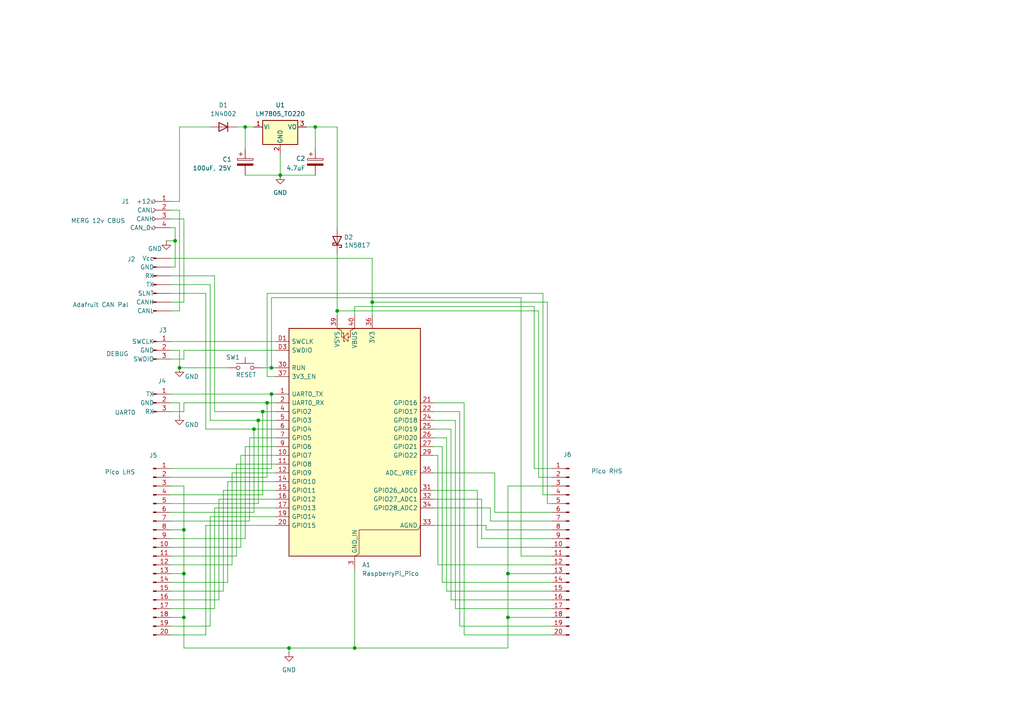
<source format=kicad_sch>
(kicad_sch (version 20250114) (generator "eeschema") (generator_version "9.0")
  (paper "A4")
  (title_block (title "12v Pico + CAN") (company "John McAleely") (comment 1 "MERG CBUS Compatible Pico (12v, CAN tranciever)"))
  (lib_symbols
    (symbol "Conn_01x03_Pin_1" (pin_names (offset 1.016))
      (property "Reference" "J3" (at 2.794 5.842 0))
      (property "Value" "DEBUG" (at -10.414 -1.016 0))
      (symbol "Conn_01x03_Pin_1_1_1"
        (rectangle (start 0.8636 2.667) (end 0 2.413) (stroke (width 0.1524)) (fill (type outline)))
        (rectangle (start 0.8636 0.127) (end 0 -0.127) (stroke (width 0.1524)) (fill (type outline)))
        (rectangle (start 0.8636 -2.413) (end 0 -2.667) (stroke (width 0.1524)) (fill (type outline)))
        (polyline (pts (xy 1.27 2.54) (xy 0.8636 2.54)) (stroke (width 0.1524)))
        (polyline (pts (xy 1.27 0) (xy 0.8636 0)) (stroke (width 0.1524)))
        (polyline (pts (xy 1.27 -2.54) (xy 0.8636 -2.54)) (stroke (width 0.1524)))
        (pin passive line (at 5.08 2.54 180) (length 3.81) (name "SWCLK") (number "1"))
        (pin power_in line (at 5.08 0 180) (length 3.81) (name "GND") (number "2"))
        (pin passive line (at 5.08 -2.54 180) (length 3.81) (name "SWDIO") (number "3"))
      )
    )
    (symbol "Conn_01x20_Pin_1" (pin_names (offset 1.016) (hide yes))
      (property "Reference" "J6" (at 0.508 26.924 0))
      (property "Value" "Pico RHS" (at -10.922 22.098 0))
      (symbol "Conn_01x20_Pin_1_1_1"
        (rectangle (start 0.8636 22.987) (end 0 22.733) (stroke (width 0.1524)) (fill (type outline)))
        (rectangle (start 0.8636 20.447) (end 0 20.193) (stroke (width 0.1524)) (fill (type outline)))
        (rectangle (start 0.8636 17.907) (end 0 17.653) (stroke (width 0.1524)) (fill (type outline)))
        (rectangle (start 0.8636 15.367) (end 0 15.113) (stroke (width 0.1524)) (fill (type outline)))
        (rectangle (start 0.8636 12.827) (end 0 12.573) (stroke (width 0.1524)) (fill (type outline)))
        (rectangle (start 0.8636 10.287) (end 0 10.033) (stroke (width 0.1524)) (fill (type outline)))
        (rectangle (start 0.8636 7.747) (end 0 7.493) (stroke (width 0.1524)) (fill (type outline)))
        (rectangle (start 0.8636 5.207) (end 0 4.953) (stroke (width 0.1524)) (fill (type outline)))
        (rectangle (start 0.8636 2.667) (end 0 2.413) (stroke (width 0.1524)) (fill (type outline)))
        (rectangle (start 0.8636 0.127) (end 0 -0.127) (stroke (width 0.1524)) (fill (type outline)))
        (rectangle (start 0.8636 -2.413) (end 0 -2.667) (stroke (width 0.1524)) (fill (type outline)))
        (rectangle (start 0.8636 -4.953) (end 0 -5.207) (stroke (width 0.1524)) (fill (type outline)))
        (rectangle (start 0.8636 -7.493) (end 0 -7.747) (stroke (width 0.1524)) (fill (type outline)))
        (rectangle (start 0.8636 -10.033) (end 0 -10.287) (stroke (width 0.1524)) (fill (type outline)))
        (rectangle (start 0.8636 -12.573) (end 0 -12.827) (stroke (width 0.1524)) (fill (type outline)))
        (rectangle (start 0.8636 -15.113) (end 0 -15.367) (stroke (width 0.1524)) (fill (type outline)))
        (rectangle (start 0.8636 -17.653) (end 0 -17.907) (stroke (width 0.1524)) (fill (type outline)))
        (rectangle (start 0.8636 -20.193) (end 0 -20.447) (stroke (width 0.1524)) (fill (type outline)))
        (rectangle (start 0.8636 -22.733) (end 0 -22.987) (stroke (width 0.1524)) (fill (type outline)))
        (rectangle (start 0.8636 -25.273) (end 0 -25.527) (stroke (width 0.1524)) (fill (type outline)))
        (polyline (pts (xy 1.27 22.86) (xy 0.8636 22.86)) (stroke (width 0.1524)))
        (polyline (pts (xy 1.27 20.32) (xy 0.8636 20.32)) (stroke (width 0.1524)))
        (polyline (pts (xy 1.27 17.78) (xy 0.8636 17.78)) (stroke (width 0.1524)))
        (polyline (pts (xy 1.27 15.24) (xy 0.8636 15.24)) (stroke (width 0.1524)))
        (polyline (pts (xy 1.27 12.7) (xy 0.8636 12.7)) (stroke (width 0.1524)))
        (polyline (pts (xy 1.27 10.16) (xy 0.8636 10.16)) (stroke (width 0.1524)))
        (polyline (pts (xy 1.27 7.62) (xy 0.8636 7.62)) (stroke (width 0.1524)))
        (polyline (pts (xy 1.27 5.08) (xy 0.8636 5.08)) (stroke (width 0.1524)))
        (polyline (pts (xy 1.27 2.54) (xy 0.8636 2.54)) (stroke (width 0.1524)))
        (polyline (pts (xy 1.27 0) (xy 0.8636 0)) (stroke (width 0.1524)))
        (polyline (pts (xy 1.27 -2.54) (xy 0.8636 -2.54)) (stroke (width 0.1524)))
        (polyline (pts (xy 1.27 -5.08) (xy 0.8636 -5.08)) (stroke (width 0.1524)))
        (polyline (pts (xy 1.27 -7.62) (xy 0.8636 -7.62)) (stroke (width 0.1524)))
        (polyline (pts (xy 1.27 -10.16) (xy 0.8636 -10.16)) (stroke (width 0.1524)))
        (polyline (pts (xy 1.27 -12.7) (xy 0.8636 -12.7)) (stroke (width 0.1524)))
        (polyline (pts (xy 1.27 -15.24) (xy 0.8636 -15.24)) (stroke (width 0.1524)))
        (polyline (pts (xy 1.27 -17.78) (xy 0.8636 -17.78)) (stroke (width 0.1524)))
        (polyline (pts (xy 1.27 -20.32) (xy 0.8636 -20.32)) (stroke (width 0.1524)))
        (polyline (pts (xy 1.27 -22.86) (xy 0.8636 -22.86)) (stroke (width 0.1524)))
        (polyline (pts (xy 1.27 -25.4) (xy 0.8636 -25.4)) (stroke (width 0.1524)))
        (pin passive line (at 5.08 22.86 180) (length 3.81) (name "Pin_1") (number "1") (alternate "VBUS" power_out line))
        (pin passive line (at 5.08 20.32 180) (length 3.81) (name "Pin_2") (number "2"))
        (pin passive line (at 5.08 17.78 180) (length 3.81) (name "Pin_3") (number "3"))
        (pin passive line (at 5.08 15.24 180) (length 3.81) (name "Pin_4") (number "4"))
        (pin passive line (at 5.08 12.7 180) (length 3.81) (name "Pin_5") (number "5"))
        (pin passive line (at 5.08 10.16 180) (length 3.81) (name "Pin_6") (number "6"))
        (pin passive line (at 5.08 7.62 180) (length 3.81) (name "Pin_7") (number "7"))
        (pin passive line (at 5.08 5.08 180) (length 3.81) (name "Pin_8") (number "8"))
        (pin passive line (at 5.08 2.54 180) (length 3.81) (name "Pin_9") (number "9"))
        (pin passive line (at 5.08 0 180) (length 3.81) (name "Pin_10") (number "10"))
        (pin passive line (at 5.08 -2.54 180) (length 3.81) (name "Pin_11") (number "11"))
        (pin passive line (at 5.08 -5.08 180) (length 3.81) (name "Pin_12") (number "12"))
        (pin passive line (at 5.08 -7.62 180) (length 3.81) (name "Pin_13") (number "13"))
        (pin passive line (at 5.08 -10.16 180) (length 3.81) (name "Pin_14") (number "14"))
        (pin passive line (at 5.08 -12.7 180) (length 3.81) (name "Pin_15") (number "15"))
        (pin passive line (at 5.08 -15.24 180) (length 3.81) (name "Pin_16") (number "16"))
        (pin passive line (at 5.08 -17.78 180) (length 3.81) (name "Pin_17") (number "17"))
        (pin passive line (at 5.08 -20.32 180) (length 3.81) (name "Pin_18") (number "18"))
        (pin passive line (at 5.08 -22.86 180) (length 3.81) (name "Pin_19") (number "19"))
        (pin passive line (at 5.08 -25.4 180) (length 3.81) (name "Pin_20") (number "20"))
      )
    )
    (symbol "Connector:Conn_01x03_Pin" (pin_names (offset 1.016))
      (property "Reference" "J4" (at 2.54 6.35 0))
      (property "Value" "UART0" (at -5.334 -1.27 0))
      (symbol "Conn_01x03_Pin_1_1"
        (rectangle (start 0.8636 2.667) (end 0 2.413) (stroke (width 0.1524)) (fill (type outline)))
        (rectangle (start 0.8636 0.127) (end 0 -0.127) (stroke (width 0.1524)) (fill (type outline)))
        (rectangle (start 0.8636 -2.413) (end 0 -2.667) (stroke (width 0.1524)) (fill (type outline)))
        (polyline (pts (xy 1.27 2.54) (xy 0.8636 2.54)) (stroke (width 0.1524)))
        (polyline (pts (xy 1.27 0) (xy 0.8636 0)) (stroke (width 0.1524)))
        (polyline (pts (xy 1.27 -2.54) (xy 0.8636 -2.54)) (stroke (width 0.1524)))
        (pin output line (at 5.08 2.54 180) (length 3.81) (name "TX") (number "1"))
        (pin power_in line (at 5.08 0 180) (length 3.81) (name "GND") (number "2"))
        (pin input line (at 5.08 -2.54 180) (length 3.81) (name "RX") (number "3"))
      )
    )
    (symbol "Connector:Conn_01x04_Socket" (pin_names (offset 1.016))
      (property "Reference" "J1" (at 0 5.08 0))
      (property "Value" "MERG 12v CBUS" (at 0 -7.62 0))
      (symbol "Conn_01x04_Socket_1_1"
        (polyline (pts (xy -1.27 2.54) (xy -0.508 2.54)) (stroke (width 0.1524)))
        (polyline (pts (xy -1.27 0) (xy -0.508 0)) (stroke (width 0.1524)))
        (polyline (pts (xy -1.27 -2.54) (xy -0.508 -2.54)) (stroke (width 0.1524)))
        (polyline (pts (xy -1.27 -5.08) (xy -0.508 -5.08)) (stroke (width 0.1524)))
        (arc (start 0 2.032) (mid -0.5058 2.54) (end 0 3.048) (stroke (width 0.1524)))
        (arc (start 0 -0.508) (mid -0.5058 0) (end 0 0.508) (stroke (width 0.1524)))
        (arc (start 0 -3.048) (mid -0.5058 -2.54) (end 0 -2.032) (stroke (width 0.1524)))
        (arc (start 0 -5.588) (mid -0.5058 -5.08) (end 0 -4.572) (stroke (width 0.1524)))
        (pin power_out line (at -5.08 2.54 0) (length 3.81) (name "+12v") (number "1"))
        (pin bidirectional line (at -5.08 0 0) (length 3.81) (name "CANL") (number "2"))
        (pin bidirectional line (at -5.08 -2.54 0) (length 3.81) (name "CANH") (number "3"))
        (pin unspecified line (at -5.08 -5.08 0) (length 3.81) (name "CAN_0v") (number "4"))
      )
    )
    (symbol "Connector:Conn_01x07_Pin" (pin_numbers (hide yes)) (pin_names (offset 1.016))
      (property "Reference" "J2" (at -5.08 0 90))
      (property "Value" "Conn_01x07_Pin" (at -2.54 0 90))
      (symbol "Conn_01x07_Pin_1_1"
        (rectangle (start 0.8636 7.747) (end 0 7.493) (stroke (width 0.1524)) (fill (type outline)))
        (rectangle (start 0.8636 5.207) (end 0 4.953) (stroke (width 0.1524)) (fill (type outline)))
        (rectangle (start 0.8636 2.667) (end 0 2.413) (stroke (width 0.1524)) (fill (type outline)))
        (rectangle (start 0.8636 0.127) (end 0 -0.127) (stroke (width 0.1524)) (fill (type outline)))
        (rectangle (start 0.8636 -2.413) (end 0 -2.667) (stroke (width 0.1524)) (fill (type outline)))
        (rectangle (start 0.8636 -4.953) (end 0 -5.207) (stroke (width 0.1524)) (fill (type outline)))
        (rectangle (start 0.8636 -7.493) (end 0 -7.747) (stroke (width 0.1524)) (fill (type outline)))
        (polyline (pts (xy 1.27 7.62) (xy 0.8636 7.62)) (stroke (width 0.1524)))
        (polyline (pts (xy 1.27 5.08) (xy 0.8636 5.08)) (stroke (width 0.1524)))
        (polyline (pts (xy 1.27 2.54) (xy 0.8636 2.54)) (stroke (width 0.1524)))
        (polyline (pts (xy 1.27 0) (xy 0.8636 0)) (stroke (width 0.1524)))
        (polyline (pts (xy 1.27 -2.54) (xy 0.8636 -2.54)) (stroke (width 0.1524)))
        (polyline (pts (xy 1.27 -5.08) (xy 0.8636 -5.08)) (stroke (width 0.1524)))
        (polyline (pts (xy 1.27 -7.62) (xy 0.8636 -7.62)) (stroke (width 0.1524)))
        (pin power_in line (at 5.08 7.62 180) (length 3.81) (name "Vcc") (number "1"))
        (pin power_in line (at 5.08 5.08 180) (length 3.81) (name "GND") (number "2"))
        (pin output line (at 5.08 2.54 180) (length 3.81) (name "RX") (number "3"))
        (pin output line (at 5.08 0 180) (length 3.81) (name "TX") (number "4"))
        (pin passive line (at 5.08 -2.54 180) (length 3.81) (name "SLNT") (number "5"))
        (pin passive line (at 5.08 -5.08 180) (length 3.81) (name "CANH") (number "6"))
        (pin passive line (at 5.08 -7.62 180) (length 3.81) (name "CANL") (number "7"))
      )
    )
    (symbol "Connector:Conn_01x20_Pin" (pin_names (offset 1.016) (hide yes))
      (property "Reference" "J" (at 0 25.4 0))
      (property "Value" "Conn_01x20_Pin" (at 0 -27.94 0))
      (symbol "Conn_01x20_Pin_1_1"
        (rectangle (start 0.8636 22.987) (end 0 22.733) (stroke (width 0.1524)) (fill (type outline)))
        (rectangle (start 0.8636 20.447) (end 0 20.193) (stroke (width 0.1524)) (fill (type outline)))
        (rectangle (start 0.8636 17.907) (end 0 17.653) (stroke (width 0.1524)) (fill (type outline)))
        (rectangle (start 0.8636 15.367) (end 0 15.113) (stroke (width 0.1524)) (fill (type outline)))
        (rectangle (start 0.8636 12.827) (end 0 12.573) (stroke (width 0.1524)) (fill (type outline)))
        (rectangle (start 0.8636 10.287) (end 0 10.033) (stroke (width 0.1524)) (fill (type outline)))
        (rectangle (start 0.8636 7.747) (end 0 7.493) (stroke (width 0.1524)) (fill (type outline)))
        (rectangle (start 0.8636 5.207) (end 0 4.953) (stroke (width 0.1524)) (fill (type outline)))
        (rectangle (start 0.8636 2.667) (end 0 2.413) (stroke (width 0.1524)) (fill (type outline)))
        (rectangle (start 0.8636 0.127) (end 0 -0.127) (stroke (width 0.1524)) (fill (type outline)))
        (rectangle (start 0.8636 -2.413) (end 0 -2.667) (stroke (width 0.1524)) (fill (type outline)))
        (rectangle (start 0.8636 -4.953) (end 0 -5.207) (stroke (width 0.1524)) (fill (type outline)))
        (rectangle (start 0.8636 -7.493) (end 0 -7.747) (stroke (width 0.1524)) (fill (type outline)))
        (rectangle (start 0.8636 -10.033) (end 0 -10.287) (stroke (width 0.1524)) (fill (type outline)))
        (rectangle (start 0.8636 -12.573) (end 0 -12.827) (stroke (width 0.1524)) (fill (type outline)))
        (rectangle (start 0.8636 -15.113) (end 0 -15.367) (stroke (width 0.1524)) (fill (type outline)))
        (rectangle (start 0.8636 -17.653) (end 0 -17.907) (stroke (width 0.1524)) (fill (type outline)))
        (rectangle (start 0.8636 -20.193) (end 0 -20.447) (stroke (width 0.1524)) (fill (type outline)))
        (rectangle (start 0.8636 -22.733) (end 0 -22.987) (stroke (width 0.1524)) (fill (type outline)))
        (rectangle (start 0.8636 -25.273) (end 0 -25.527) (stroke (width 0.1524)) (fill (type outline)))
        (polyline (pts (xy 1.27 22.86) (xy 0.8636 22.86)) (stroke (width 0.1524)))
        (polyline (pts (xy 1.27 20.32) (xy 0.8636 20.32)) (stroke (width 0.1524)))
        (polyline (pts (xy 1.27 17.78) (xy 0.8636 17.78)) (stroke (width 0.1524)))
        (polyline (pts (xy 1.27 15.24) (xy 0.8636 15.24)) (stroke (width 0.1524)))
        (polyline (pts (xy 1.27 12.7) (xy 0.8636 12.7)) (stroke (width 0.1524)))
        (polyline (pts (xy 1.27 10.16) (xy 0.8636 10.16)) (stroke (width 0.1524)))
        (polyline (pts (xy 1.27 7.62) (xy 0.8636 7.62)) (stroke (width 0.1524)))
        (polyline (pts (xy 1.27 5.08) (xy 0.8636 5.08)) (stroke (width 0.1524)))
        (polyline (pts (xy 1.27 2.54) (xy 0.8636 2.54)) (stroke (width 0.1524)))
        (polyline (pts (xy 1.27 0) (xy 0.8636 0)) (stroke (width 0.1524)))
        (polyline (pts (xy 1.27 -2.54) (xy 0.8636 -2.54)) (stroke (width 0.1524)))
        (polyline (pts (xy 1.27 -5.08) (xy 0.8636 -5.08)) (stroke (width 0.1524)))
        (polyline (pts (xy 1.27 -7.62) (xy 0.8636 -7.62)) (stroke (width 0.1524)))
        (polyline (pts (xy 1.27 -10.16) (xy 0.8636 -10.16)) (stroke (width 0.1524)))
        (polyline (pts (xy 1.27 -12.7) (xy 0.8636 -12.7)) (stroke (width 0.1524)))
        (polyline (pts (xy 1.27 -15.24) (xy 0.8636 -15.24)) (stroke (width 0.1524)))
        (polyline (pts (xy 1.27 -17.78) (xy 0.8636 -17.78)) (stroke (width 0.1524)))
        (polyline (pts (xy 1.27 -20.32) (xy 0.8636 -20.32)) (stroke (width 0.1524)))
        (polyline (pts (xy 1.27 -22.86) (xy 0.8636 -22.86)) (stroke (width 0.1524)))
        (polyline (pts (xy 1.27 -25.4) (xy 0.8636 -25.4)) (stroke (width 0.1524)))
        (pin passive line (at 5.08 22.86 180) (length 3.81) (name "Pin_1") (number "1"))
        (pin passive line (at 5.08 20.32 180) (length 3.81) (name "Pin_2") (number "2"))
        (pin passive line (at 5.08 17.78 180) (length 3.81) (name "Pin_3") (number "3"))
        (pin passive line (at 5.08 15.24 180) (length 3.81) (name "Pin_4") (number "4"))
        (pin passive line (at 5.08 12.7 180) (length 3.81) (name "Pin_5") (number "5"))
        (pin passive line (at 5.08 10.16 180) (length 3.81) (name "Pin_6") (number "6"))
        (pin passive line (at 5.08 7.62 180) (length 3.81) (name "Pin_7") (number "7"))
        (pin passive line (at 5.08 5.08 180) (length 3.81) (name "Pin_8") (number "8"))
        (pin passive line (at 5.08 2.54 180) (length 3.81) (name "Pin_9") (number "9"))
        (pin passive line (at 5.08 0 180) (length 3.81) (name "Pin_10") (number "10"))
        (pin passive line (at 5.08 -2.54 180) (length 3.81) (name "Pin_11") (number "11"))
        (pin passive line (at 5.08 -5.08 180) (length 3.81) (name "Pin_12") (number "12"))
        (pin passive line (at 5.08 -7.62 180) (length 3.81) (name "Pin_13") (number "13"))
        (pin passive line (at 5.08 -10.16 180) (length 3.81) (name "Pin_14") (number "14"))
        (pin passive line (at 5.08 -12.7 180) (length 3.81) (name "Pin_15") (number "15"))
        (pin passive line (at 5.08 -15.24 180) (length 3.81) (name "Pin_16") (number "16"))
        (pin passive line (at 5.08 -17.78 180) (length 3.81) (name "Pin_17") (number "17"))
        (pin passive line (at 5.08 -20.32 180) (length 3.81) (name "Pin_18") (number "18"))
        (pin passive line (at 5.08 -22.86 180) (length 3.81) (name "Pin_19") (number "19"))
        (pin passive line (at 5.08 -25.4 180) (length 3.81) (name "Pin_20") (number "20"))
      )
    )
    (symbol "Device:C_Polarized" (pin_numbers (hide yes)) (pin_names (offset 0.254))
      (property "Reference" "C" (at 0.635 2.54 0))
      (property "Value" "C_Polarized" (at 0.635 -2.54 0))
      (symbol "C_Polarized_0_1"
        (rectangle (start -2.286 0.508) (end 2.286 1.016))
        (polyline (pts (xy -1.778 2.286) (xy -0.762 2.286)))
        (polyline (pts (xy -1.27 2.794) (xy -1.27 1.778)))
        (rectangle (start 2.286 -0.508) (end -2.286 -1.016) (fill (type outline)))
      )
      (symbol "C_Polarized_1_1"
        (pin passive line (at 0 3.81 270) (length 2.794) (name "~") (number "1"))
        (pin passive line (at 0 -3.81 90) (length 2.794) (name "~") (number "2"))
      )
    )
    (symbol "Diode:1N4002" (pin_numbers (hide yes)) (pin_names (hide yes))
      (property "Reference" "D" (at 0 2.54 0))
      (property "Value" "1N4002" (at 0 -2.54 0))
      (symbol "1N4002_0_1"
        (polyline (pts (xy -1.27 1.27) (xy -1.27 -1.27)) (stroke (width 0.254)))
        (polyline (pts (xy 1.27 1.27) (xy 1.27 -1.27) (xy -1.27 0) (xy 1.27 1.27)) (stroke (width 0.254)))
        (polyline (pts (xy 1.27 0) (xy -1.27 0)))
      )
      (symbol "1N4002_1_1"
        (pin passive line (at -3.81 0 0) (length 2.54) (name "K") (number "1"))
        (pin passive line (at 3.81 0 180) (length 2.54) (name "A") (number "2"))
      )
    )
    (symbol "Diode:1N5817" (pin_numbers (hide yes)) (pin_names (offset 1.016) (hide yes))
      (property "Reference" "D" (at 0 2.54 0))
      (property "Value" "1N5817" (at 0 -2.54 0))
      (symbol "1N5817_0_1"
        (polyline (pts (xy -1.905 0.635) (xy -1.905 1.27) (xy -1.27 1.27) (xy -1.27 -1.27) (xy -0.635 -1.27) (xy -0.635 -0.635)) (stroke (width 0.254)))
        (polyline (pts (xy 1.27 1.27) (xy 1.27 -1.27) (xy -1.27 0) (xy 1.27 1.27)) (stroke (width 0.254)))
        (polyline (pts (xy 1.27 0) (xy -1.27 0)))
      )
      (symbol "1N5817_1_1"
        (pin passive line (at -3.81 0 0) (length 2.54) (name "K") (number "1"))
        (pin passive line (at 3.81 0 180) (length 2.54) (name "A") (number "2"))
      )
    )
    (symbol "MCU_Module:RaspberryPi_Pico_Debug" (pin_names (offset 0.762))
      (property "Reference" "A" (at -19.05 35.56 0))
      (property "Value" "RaspberryPi_Pico" (at 7.62 35.56 0))
      (symbol "RaspberryPi_Pico_Debug_0_1"
        (rectangle (start -19.05 34.29) (end 19.05 -31.75) (stroke (width 0.254)) (fill (type background)))
        (polyline (pts (xy -5.08 34.29) (xy -3.81 33.655) (xy -3.81 31.75) (xy -3.175 31.75)))
        (polyline (pts (xy -3.429 32.766) (xy -3.429 33.02) (xy -3.175 33.02) (xy -3.175 30.48) (xy -2.921 30.48) (xy -2.921 30.734)))
        (polyline (pts (xy -3.175 31.75) (xy -1.905 33.02) (xy -1.905 30.48) (xy -3.175 31.75)))
        (polyline (pts (xy 0 34.29) (xy -1.27 33.655) (xy -1.27 31.75) (xy -1.905 31.75)))
        (polyline (pts (xy 0 -31.75) (xy 1.27 -31.115) (xy 1.27 -24.13) (xy 18.415 -24.13) (xy 19.05 -22.86)))
      )
      (symbol "RaspberryPi_Pico_Debug_1_1"
        (pin input line (at -22.86 30.48 0) (length 3.81) (name "SWCLK") (number "D1"))
        (pin bidirectional line (at -22.86 27.94 0) (length 3.81) (name "SWDIO") (number "D3"))
        (pin passive line (at -22.86 22.86 0) (length 3.81) (name "RUN") (number "30"))
        (pin passive line (at -22.86 20.32 0) (length 3.81) (name "3V3_EN") (number "37"))
        (pin bidirectional line (at -22.86 15.24 0) (length 3.81) (name "GPIO0") (number "1") (alternate "UART0_TX" output line))
        (pin bidirectional line (at -22.86 12.7 0) (length 3.81) (name "GPIO1") (number "2") (alternate "UART0_RX" input line))
        (pin bidirectional line (at -22.86 10.16 0) (length 3.81) (name "GPIO2") (number "4"))
        (pin bidirectional line (at -22.86 7.62 0) (length 3.81) (name "GPIO3") (number "5"))
        (pin bidirectional line (at -22.86 5.08 0) (length 3.81) (name "GPIO4") (number "6"))
        (pin bidirectional line (at -22.86 2.54 0) (length 3.81) (name "GPIO5") (number "7"))
        (pin bidirectional line (at -22.86 0 0) (length 3.81) (name "GPIO6") (number "9"))
        (pin bidirectional line (at -22.86 -2.54 0) (length 3.81) (name "GPIO7") (number "10"))
        (pin bidirectional line (at -22.86 -5.08 0) (length 3.81) (name "GPIO8") (number "11"))
        (pin bidirectional line (at -22.86 -7.62 0) (length 3.81) (name "GPIO9") (number "12"))
        (pin bidirectional line (at -22.86 -10.16 0) (length 3.81) (name "GPIO10") (number "14"))
        (pin bidirectional line (at -22.86 -12.7 0) (length 3.81) (name "GPIO11") (number "15"))
        (pin bidirectional line (at -22.86 -15.24 0) (length 3.81) (name "GPIO12") (number "16") (alternate "UART0_TX" output line))
        (pin bidirectional line (at -22.86 -17.78 0) (length 3.81) (name "GPIO13") (number "17") (alternate "UART0_RX" input line))
        (pin bidirectional line (at -22.86 -20.32 0) (length 3.81) (name "GPIO14") (number "19"))
        (pin bidirectional line (at -22.86 -22.86 0) (length 3.81) (name "GPIO15") (number "20"))
        (pin power_in line (at -5.08 38.1 270) (length 3.81) (name "VSYS") (number "39"))
        (pin power_out line (at 0 38.1 270) (length 3.81) (name "VBUS") (number "40"))
        (pin passive line (at 0 -35.56 90) (length 3.81) (hide yes) (name "GND") (number "13"))
        (pin passive line (at 0 -35.56 90) (length 3.81) (hide yes) (name "GND") (number "18"))
        (pin passive line (at 0 -35.56 90) (length 3.81) (hide yes) (name "GND") (number "23"))
        (pin passive line (at 0 -35.56 90) (length 3.81) (hide yes) (name "GND") (number "28"))
        (pin power_out line (at 0 -35.56 90) (length 3.81) (name "GND") (number "3") (alternate "GND_IN" power_in line))
        (pin passive line (at 0 -35.56 90) (length 3.81) (hide yes) (name "GND") (number "38"))
        (pin passive line (at 0 -35.56 90) (length 3.81) (hide yes) (name "GND") (number "8"))
        (pin passive line (at 0 -35.56 90) (length 3.81) (hide yes) (name "GND") (number "D2"))
        (pin power_out line (at 5.08 38.1 270) (length 3.81) (name "3V3") (number "36"))
        (pin bidirectional line (at 22.86 12.7 180) (length 3.81) (name "GPIO16") (number "21") (alternate "UART0_TX" output line))
        (pin bidirectional line (at 22.86 10.16 180) (length 3.81) (name "GPIO17") (number "22") (alternate "UART0_RX" input line))
        (pin bidirectional line (at 22.86 7.62 180) (length 3.81) (name "GPIO18") (number "24"))
        (pin bidirectional line (at 22.86 5.08 180) (length 3.81) (name "GPIO19") (number "25"))
        (pin bidirectional line (at 22.86 2.54 180) (length 3.81) (name "GPIO20") (number "26"))
        (pin bidirectional line (at 22.86 0 180) (length 3.81) (name "GPIO21") (number "27"))
        (pin bidirectional line (at 22.86 -2.54 180) (length 3.81) (name "GPIO22") (number "29"))
        (pin power_in line (at 22.86 -7.62 180) (length 3.81) (name "ADC_VREF") (number "35"))
        (pin bidirectional line (at 22.86 -12.7 180) (length 3.81) (name "GPIO26_ADC0") (number "31"))
        (pin bidirectional line (at 22.86 -15.24 180) (length 3.81) (name "GPIO27_ADC1") (number "32"))
        (pin bidirectional line (at 22.86 -17.78 180) (length 3.81) (name "GPIO28_ADC2") (number "34") (alternate "UART0_TX" output line))
        (pin power_out line (at 22.86 -22.86 180) (length 3.81) (name "AGND") (number "33"))
      )
    )
    (symbol "Regulator_Linear:LM7805_TO220" (pin_names (offset 0.254))
      (property "Reference" "U" (at -3.81 3.175 0))
      (property "Value" "LM7805_TO220" (at 0 3.175 0))
      (symbol "LM7805_TO220_0_1"
        (rectangle (start -5.08 1.905) (end 5.08 -5.08) (stroke (width 0.254)) (fill (type background)))
      )
      (symbol "LM7805_TO220_1_1"
        (pin power_in line (at -7.62 0 0) (length 2.54) (name "VI") (number "1"))
        (pin power_in line (at 0 -7.62 90) (length 2.54) (name "GND") (number "2"))
        (pin power_out line (at 7.62 0 180) (length 2.54) (name "VO") (number "3"))
      )
    )
    (symbol "Switch:SW_Push" (pin_numbers (hide yes)) (pin_names (offset 1.016) (hide yes))
      (property "Reference" "SW" (at 1.27 2.54 0))
      (property "Value" "SW_Push" (at 0 -1.524 0))
      (symbol "SW_Push_0_1"
        (circle (center -2.032 0) (radius 0.508))
        (polyline (pts (xy 0 1.27) (xy 0 3.048)))
        (circle (center 2.032 0) (radius 0.508))
        (polyline (pts (xy 2.54 1.27) (xy -2.54 1.27)))
        (pin passive line (at -5.08 0 0) (length 2.54) (name "1") (number "1"))
        (pin passive line (at 5.08 0 180) (length 2.54) (name "2") (number "2"))
      )
    )
    (symbol "power:GND" (power) (pin_numbers (hide yes)) (pin_names (offset 0) (hide yes))
      (property "Value" "GND" (at 0 -3.81 0))
      (symbol "GND_0_1"
        (polyline (pts (xy 0 0) (xy 0 -1.27) (xy 1.27 -1.27) (xy 0 -2.54) (xy -1.27 -1.27) (xy 0 -1.27)))
      )
      (symbol "GND_1_1"
        (pin power_in line (at 0 0 270) (length 0) (name "~") (number "1"))
      )
    )
  )
  (junction (at 76.2 119.38))
  (junction (at 78.74 114.3))
  (junction (at 97.79 90.17))
  (junction (at 91.44 36.83))
  (junction (at 81.28 50.8))
  (junction (at 53.34 153.67))
  (junction (at 52.07 106.68))
  (junction (at 50.8 69.85))
  (junction (at 102.87 187.96))
  (junction (at 77.47 116.84))
  (junction (at 71.12 36.83))
  (junction (at 74.93 121.92))
  (junction (at 53.34 166.37))
  (junction (at 53.34 179.07))
  (junction (at 83.82 187.96))
  (junction (at 78.74 106.68))
  (junction (at 107.95 87.63))
  (junction (at 147.32 166.37))
  (junction (at 147.32 179.07))
  (junction (at 73.66 124.46))
  (wire (pts (xy 156.21 90.17) (xy 156.21 138.43)))
  (wire (pts (xy 53.34 140.97) (xy 53.34 153.67)))
  (wire (pts (xy 151.13 161.29) (xy 160.02 161.29)))
  (wire (pts (xy 60.96 82.55) (xy 49.53 82.55)))
  (wire (pts (xy 66.04 139.7) (xy 66.04 168.91)))
  (wire (pts (xy 60.96 121.92) (xy 60.96 82.55)))
  (wire (pts (xy 74.93 121.92) (xy 60.96 121.92)))
  (wire (pts (xy 81.28 50.8) (xy 91.44 50.8)))
  (wire (pts (xy 49.53 114.3) (xy 78.74 114.3)))
  (wire (pts (xy 125.73 137.16) (xy 143.51 137.16)))
  (wire (pts (xy 49.53 60.96) (xy 52.07 60.96)))
  (wire (pts (xy 80.01 129.54) (xy 71.12 129.54)))
  (wire (pts (xy 107.95 87.63) (xy 107.95 91.44)))
  (wire (pts (xy 59.69 152.4) (xy 59.69 184.15)))
  (wire (pts (xy 81.28 44.45) (xy 81.28 50.8)))
  (wire (pts (xy 160.02 135.89) (xy 154.94 135.89)))
  (wire (pts (xy 73.66 148.59) (xy 49.53 148.59)))
  (wire (pts (xy 72.39 127) (xy 72.39 151.13)))
  (wire (pts (xy 97.79 90.17) (xy 97.79 91.44)))
  (wire (pts (xy 60.96 149.86) (xy 60.96 181.61)))
  (wire (pts (xy 80.01 101.6) (xy 53.34 101.6)))
  (wire (pts (xy 147.32 166.37) (xy 160.02 166.37)))
  (wire (pts (xy 80.01 124.46) (xy 73.66 124.46)))
  (wire (pts (xy 130.81 124.46) (xy 130.81 173.99)))
  (wire (pts (xy 102.87 91.44) (xy 102.87 88.9)))
  (wire (pts (xy 80.01 149.86) (xy 60.96 149.86)))
  (wire (pts (xy 129.54 171.45) (xy 160.02 171.45)))
  (wire (pts (xy 60.96 181.61) (xy 49.53 181.61)))
  (wire (pts (xy 52.07 90.17) (xy 49.53 90.17)))
  (wire (pts (xy 78.74 114.3) (xy 78.74 135.89)))
  (wire (pts (xy 80.01 119.38) (xy 76.2 119.38)))
  (wire (pts (xy 77.47 85.09) (xy 157.48 85.09)))
  (wire (pts (xy 62.23 119.38) (xy 76.2 119.38)))
  (wire (pts (xy 53.34 179.07) (xy 53.34 187.96)))
  (wire (pts (xy 160.02 140.97) (xy 147.32 140.97)))
  (wire (pts (xy 125.73 142.24) (xy 138.43 142.24)))
  (wire (pts (xy 127 132.08) (xy 127 163.83)))
  (wire (pts (xy 76.2 106.68) (xy 78.74 106.68)))
  (wire (pts (xy 49.53 58.42) (xy 52.07 58.42)))
  (wire (pts (xy 128.27 168.91) (xy 160.02 168.91)))
  (wire (pts (xy 140.97 152.4) (xy 140.97 153.67)))
  (wire (pts (xy 71.12 36.83) (xy 73.66 36.83)))
  (wire (pts (xy 59.69 124.46) (xy 73.66 124.46)))
  (wire (pts (xy 125.73 116.84) (xy 134.62 116.84)))
  (wire (pts (xy 78.74 106.68) (xy 78.74 86.36)))
  (wire (pts (xy 88.9 36.83) (xy 91.44 36.83)))
  (wire (pts (xy 128.27 129.54) (xy 128.27 168.91)))
  (wire (pts (xy 139.7 156.21) (xy 160.02 156.21)))
  (wire (pts (xy 49.53 85.09) (xy 59.69 85.09)))
  (wire (pts (xy 49.53 80.01) (xy 62.23 80.01)))
  (wire (pts (xy 142.24 151.13) (xy 160.02 151.13)))
  (wire (pts (xy 77.47 116.84) (xy 77.47 138.43)))
  (wire (pts (xy 107.95 87.63) (xy 158.75 87.63)))
  (wire (pts (xy 132.08 121.92) (xy 132.08 176.53)))
  (wire (pts (xy 78.74 106.68) (xy 80.01 106.68)))
  (wire (pts (xy 151.13 86.36) (xy 151.13 161.29)))
  (wire (pts (xy 80.01 134.62) (xy 68.58 134.62)))
  (wire (pts (xy 147.32 140.97) (xy 147.32 166.37)))
  (wire (pts (xy 77.47 116.84) (xy 53.34 116.84)))
  (wire (pts (xy 64.77 171.45) (xy 49.53 171.45)))
  (wire (pts (xy 125.73 132.08) (xy 127 132.08)))
  (wire (pts (xy 125.73 124.46) (xy 130.81 124.46)))
  (wire (pts (xy 102.87 165.1) (xy 102.87 187.96)))
  (wire (pts (xy 97.79 73.66) (xy 97.79 90.17)))
  (wire (pts (xy 52.07 58.42) (xy 52.07 36.83)))
  (wire (pts (xy 53.34 187.96) (xy 83.82 187.96)))
  (wire (pts (xy 80.01 137.16) (xy 67.31 137.16)))
  (wire (pts (xy 52.07 101.6) (xy 52.07 106.68)))
  (wire (pts (xy 49.53 99.06) (xy 80.01 99.06)))
  (wire (pts (xy 71.12 129.54) (xy 71.12 156.21)))
  (wire (pts (xy 80.01 152.4) (xy 59.69 152.4)))
  (wire (pts (xy 77.47 109.22) (xy 77.47 85.09)))
  (wire (pts (xy 140.97 153.67) (xy 160.02 153.67)))
  (wire (pts (xy 133.35 181.61) (xy 160.02 181.61)))
  (wire (pts (xy 69.85 132.08) (xy 69.85 158.75)))
  (wire (pts (xy 160.02 143.51) (xy 157.48 143.51)))
  (wire (pts (xy 138.43 142.24) (xy 138.43 158.75)))
  (wire (pts (xy 71.12 156.21) (xy 49.53 156.21)))
  (wire (pts (xy 125.73 147.32) (xy 142.24 147.32)))
  (wire (pts (xy 67.31 163.83) (xy 49.53 163.83)))
  (wire (pts (xy 48.26 69.85) (xy 50.8 69.85)))
  (wire (pts (xy 125.73 129.54) (xy 128.27 129.54)))
  (wire (pts (xy 107.95 74.93) (xy 107.95 87.63)))
  (wire (pts (xy 154.94 135.89) (xy 154.94 88.9)))
  (wire (pts (xy 160.02 146.05) (xy 158.75 146.05)))
  (wire (pts (xy 97.79 66.04) (xy 97.79 36.83)))
  (wire (pts (xy 125.73 121.92) (xy 132.08 121.92)))
  (wire (pts (xy 157.48 85.09) (xy 157.48 143.51)))
  (wire (pts (xy 69.85 158.75) (xy 49.53 158.75)))
  (wire (pts (xy 130.81 173.99) (xy 160.02 173.99)))
  (wire (pts (xy 49.53 77.47) (xy 50.8 77.47)))
  (wire (pts (xy 80.01 127) (xy 72.39 127)))
  (wire (pts (xy 102.87 88.9) (xy 154.94 88.9)))
  (wire (pts (xy 133.35 119.38) (xy 133.35 181.61)))
  (wire (pts (xy 80.01 144.78) (xy 63.5 144.78)))
  (wire (pts (xy 78.74 135.89) (xy 49.53 135.89)))
  (wire (pts (xy 53.34 166.37) (xy 53.34 179.07)))
  (wire (pts (xy 53.34 63.5) (xy 53.34 87.63)))
  (wire (pts (xy 138.43 158.75) (xy 160.02 158.75)))
  (wire (pts (xy 78.74 86.36) (xy 151.13 86.36)))
  (wire (pts (xy 50.8 77.47) (xy 50.8 69.85)))
  (wire (pts (xy 74.93 121.92) (xy 74.93 146.05)))
  (wire (pts (xy 49.53 119.38) (xy 53.34 119.38)))
  (wire (pts (xy 125.73 127) (xy 129.54 127)))
  (wire (pts (xy 139.7 144.78) (xy 139.7 156.21)))
  (wire (pts (xy 147.32 179.07) (xy 160.02 179.07)))
  (wire (pts (xy 74.93 146.05) (xy 49.53 146.05)))
  (wire (pts (xy 132.08 176.53) (xy 160.02 176.53)))
  (wire (pts (xy 76.2 143.51) (xy 49.53 143.51)))
  (wire (pts (xy 64.77 142.24) (xy 64.77 171.45)))
  (wire (pts (xy 73.66 124.46) (xy 73.66 148.59)))
  (wire (pts (xy 50.8 69.85) (xy 50.8 66.04)))
  (wire (pts (xy 158.75 87.63) (xy 158.75 146.05)))
  (wire (pts (xy 129.54 127) (xy 129.54 171.45)))
  (wire (pts (xy 53.34 101.6) (xy 53.34 104.14)))
  (wire (pts (xy 134.62 116.84) (xy 134.62 184.15)))
  (wire (pts (xy 63.5 144.78) (xy 63.5 173.99)))
  (wire (pts (xy 53.34 153.67) (xy 53.34 166.37)))
  (wire (pts (xy 143.51 137.16) (xy 143.51 148.59)))
  (wire (pts (xy 72.39 151.13) (xy 49.53 151.13)))
  (wire (pts (xy 49.53 66.04) (xy 50.8 66.04)))
  (wire (pts (xy 97.79 90.17) (xy 156.21 90.17)))
  (wire (pts (xy 62.23 80.01) (xy 62.23 119.38)))
  (wire (pts (xy 142.24 147.32) (xy 142.24 151.13)))
  (wire (pts (xy 160.02 138.43) (xy 156.21 138.43)))
  (wire (pts (xy 67.31 137.16) (xy 67.31 163.83)))
  (wire (pts (xy 59.69 184.15) (xy 49.53 184.15)))
  (wire (pts (xy 52.07 36.83) (xy 60.96 36.83)))
  (wire (pts (xy 143.51 148.59) (xy 160.02 148.59)))
  (wire (pts (xy 76.2 119.38) (xy 76.2 143.51)))
  (wire (pts (xy 147.32 166.37) (xy 147.32 179.07)))
  (wire (pts (xy 68.58 134.62) (xy 68.58 161.29)))
  (wire (pts (xy 52.07 116.84) (xy 52.07 120.65)))
  (wire (pts (xy 80.01 147.32) (xy 62.23 147.32)))
  (wire (pts (xy 49.53 153.67) (xy 53.34 153.67)))
  (wire (pts (xy 91.44 43.18) (xy 91.44 36.83)))
  (wire (pts (xy 63.5 173.99) (xy 49.53 173.99)))
  (wire (pts (xy 77.47 138.43) (xy 49.53 138.43)))
  (wire (pts (xy 68.58 36.83) (xy 71.12 36.83)))
  (wire (pts (xy 80.01 109.22) (xy 77.47 109.22)))
  (wire (pts (xy 49.53 166.37) (xy 53.34 166.37)))
  (wire (pts (xy 80.01 121.92) (xy 74.93 121.92)))
  (wire (pts (xy 49.53 179.07) (xy 53.34 179.07)))
  (wire (pts (xy 80.01 132.08) (xy 69.85 132.08)))
  (wire (pts (xy 49.53 101.6) (xy 52.07 101.6)))
  (wire (pts (xy 80.01 139.7) (xy 66.04 139.7)))
  (wire (pts (xy 127 163.83) (xy 160.02 163.83)))
  (wire (pts (xy 78.74 114.3) (xy 80.01 114.3)))
  (wire (pts (xy 49.53 116.84) (xy 52.07 116.84)))
  (wire (pts (xy 53.34 116.84) (xy 53.34 119.38)))
  (wire (pts (xy 66.04 168.91) (xy 49.53 168.91)))
  (wire (pts (xy 83.82 187.96) (xy 102.87 187.96)))
  (wire (pts (xy 62.23 176.53) (xy 49.53 176.53)))
  (wire (pts (xy 52.07 106.68) (xy 66.04 106.68)))
  (wire (pts (xy 53.34 104.14) (xy 49.53 104.14)))
  (wire (pts (xy 49.53 63.5) (xy 53.34 63.5)))
  (wire (pts (xy 125.73 119.38) (xy 133.35 119.38)))
  (wire (pts (xy 77.47 116.84) (xy 80.01 116.84)))
  (wire (pts (xy 49.53 74.93) (xy 107.95 74.93)))
  (wire (pts (xy 52.07 60.96) (xy 52.07 90.17)))
  (wire (pts (xy 80.01 142.24) (xy 64.77 142.24)))
  (wire (pts (xy 147.32 187.96) (xy 102.87 187.96)))
  (wire (pts (xy 71.12 43.18) (xy 71.12 36.83)))
  (wire (pts (xy 147.32 179.07) (xy 147.32 187.96)))
  (wire (pts (xy 49.53 140.97) (xy 53.34 140.97)))
  (wire (pts (xy 59.69 85.09) (xy 59.69 124.46)))
  (wire (pts (xy 68.58 161.29) (xy 49.53 161.29)))
  (wire (pts (xy 83.82 187.96) (xy 83.82 189.23)))
  (wire (pts (xy 53.34 87.63) (xy 49.53 87.63)))
  (wire (pts (xy 62.23 147.32) (xy 62.23 176.53)))
  (wire (pts (xy 91.44 36.83) (xy 97.79 36.83)))
  (wire (pts (xy 125.73 152.4) (xy 140.97 152.4)))
  (wire (pts (xy 134.62 184.15) (xy 160.02 184.15)))
  (wire (pts (xy 125.73 144.78) (xy 139.7 144.78)))
  (wire (pts (xy 71.12 50.8) (xy 81.28 50.8)))
  (symbol (lib_id "Connector:Conn_01x03_Pin") (at 44.45 116.84 0) (unit 1)
    (property "Reference" "J4" (at 46.99 110.49 0))
    (property "Value" "UART0" (at 36.322 119.634 0))
    (property "Footprint" "Connector_PinSocket_2.54mm:PinSocket_1x03_P2.54mm_Vertical" (effects (hide yes)))
    (property "Description" "Generic connector, single row, 01x03, script generated" (effects (hide yes)))
  )
  (symbol (lib_id "Switch:SW_Push") (at 71.12 106.68 0) (unit 1)
    (property "Reference" "SW1" (at 67.564 103.632 0))
    (property "Value" "RESET" (at 71.374 108.712 0))
    (property "Footprint" "Button_Switch_THT:SW_PUSH_6mm" (effects (hide yes)))
    (property "Description" "Push button switch, generic, two pins" (effects (hide yes)))
  )
  (symbol (lib_name "Conn_01x03_Pin_1") (lib_id "Connector:Conn_01x03_Pin") (at 44.45 101.6 0) (unit 1)
    (property "Reference" "J3" (at 47.244 95.758 0))
    (property "Value" "DEBUG" (at 34.036 102.616 0))
    (property "Footprint" "Connector_PinHeader_2.54mm:PinHeader_1x03_P2.54mm_Vertical" (effects (hide yes)))
    (property "Description" "Generic connector, single row, 01x03, script generated" (effects (hide yes)))
  )
  (symbol (lib_id "Device:C_Polarized") (at 71.12 46.99 0) (unit 1)
    (property "Reference" "C1" (at 64.516 46.228 0) (effects (justify left)))
    (property "Value" "100uF, 25V" (at 55.88 48.768 0) (effects (justify left)))
    (property "Footprint" "Capacitor_THT:CP_Radial_D4.0mm_P2.00mm" (effects (hide yes)))
    (property "Description" "Polarized capacitor" (effects (hide yes)))
  )
  (symbol (lib_id "power:GND") (at 52.07 106.68 0) (unit 1)
    (property "Reference" "#PWR02" (effects (hide yes)))
    (property "Value" "GND" (at 55.626 109.22 0))
    (property "Description" "Power symbol creates a global label with name \"GND\" , ground" (effects (hide yes)))
  )
  (symbol (lib_id "Connector:Conn_01x07_Pin") (at 44.45 82.55 0) (unit 1)
    (property "Reference" "J2" (at 38.1 75.184 0))
    (property "Value" "Adafruit CAN Pal" (at 29.21 88.392 0))
    (property "Footprint" "Connector_PinHeader_2.54mm:PinHeader_1x07_P2.54mm_Vertical" (effects (hide yes)))
    (property "Description" "Generic connector, single row, 01x07, script generated" (effects (hide yes)))
  )
  (symbol (lib_id "Connector:Conn_01x20_Pin") (at 44.45 158.75 0) (unit 1)
    (property "Reference" "J5" (at 44.45 132.08 0))
    (property "Value" "Pico LHS" (at 34.798 136.906 0))
    (property "Footprint" "Connector_PinHeader_2.54mm:PinHeader_1x20_P2.54mm_Vertical" (effects (hide yes)))
    (property "Description" "Generic connector, single row, 01x20, script generated" (effects (hide yes)))
  )
  (symbol (lib_name "Conn_01x20_Pin_1") (lib_id "Connector:Conn_01x20_Pin") (at 165.1 158.75 0) (mirror y) (unit 1)
    (property "Reference" "J6" (at 164.592 131.826 0))
    (property "Value" "Pico RHS" (at 176.022 136.652 0))
    (property "Footprint" "Connector_PinHeader_2.54mm:PinHeader_1x20_P2.54mm_Vertical" (effects (hide yes)))
    (property "Description" "Generic connector, single row, 01x20, script generated" (effects (hide yes)))
    (pin "1" (alternate "VBUS"))
  )
  (symbol (lib_id "power:GND") (at 52.07 120.65 0) (unit 1)
    (property "Reference" "#PWR03" (effects (hide yes)))
    (property "Value" "GND" (at 55.626 123.19 0))
    (property "Description" "Power symbol creates a global label with name \"GND\" , ground" (effects (hide yes)))
  )
  (symbol (lib_id "Connector:Conn_01x04_Socket") (at 44.45 60.96 0) (mirror y) (unit 1)
    (property "Reference" "J1" (at 37.592 58.42 0) (effects (justify left)))
    (property "Value" "MERG 12v CBUS" (at 36.322 64.008 0) (effects (justify left)))
    (property "Footprint" "TerminalBlock_Phoenix:TerminalBlock_Phoenix_PT-1,5-4-3.5-H_1x04_P3.50mm_Horizontal" (effects (hide yes)))
    (property "Description" "Generic connector, single row, 01x04, script generated" (effects (hide yes)))
  )
  (symbol (lib_id "Regulator_Linear:LM7805_TO220") (at 81.28 36.83 0) (unit 1)
    (property "Reference" "U1" (at 81.28 30.48 0))
    (property "Value" "LM7805_TO220" (at 81.28 33.02 0))
    (property "Footprint" "Package_TO_SOT_THT:TO-220-3_Vertical" (effects (hide yes)))
    (property "Datasheet" "https://www.onsemi.cn/PowerSolutions/document/MC7800-D.PDF" (effects (hide yes)))
    (property "Description" "Positive 1A 35V Linear Regulator, Fixed Output 5V, TO-220" (effects (hide yes)))
  )
  (symbol (lib_id "power:GND") (at 48.26 69.85 0) (unit 1)
    (property "Reference" "#PWR01" (effects (hide yes)))
    (property "Value" "GND" (at 44.958 72.136 0))
    (property "Description" "Power symbol creates a global label with name \"GND\" , ground" (effects (hide yes)))
  )
  (symbol (lib_id "Diode:1N5817") (at 97.79 69.85 270) (mirror x) (unit 1)
    (property "Reference" "D2" (at 101.092 68.834 90))
    (property "Value" "1N5817" (at 103.632 71.12 90))
    (property "Footprint" "Diode_THT:D_DO-41_SOD81_P10.16mm_Horizontal" (effects (hide yes)))
    (property "Datasheet" "http://www.vishay.com/docs/88525/1n5817.pdf" (effects (hide yes)))
    (property "Description" "20V 1A Schottky Barrier Rectifier Diode, DO-41" (effects (hide yes)))
  )
  (symbol (lib_id "Diode:1N4002") (at 64.77 36.83 0) (mirror y) (unit 1)
    (property "Reference" "D1" (at 64.77 30.48 0))
    (property "Value" "1N4002" (at 64.77 33.02 0))
    (property "Footprint" "Diode_THT:D_DO-41_SOD81_P10.16mm_Horizontal" (effects (hide yes)))
    (property "Datasheet" "http://www.vishay.com/docs/88503/1n4001.pdf" (effects (hide yes)))
    (property "Description" "100V 1A General Purpose Rectifier Diode, DO-41" (effects (hide yes)))
    (property "Sim.Device" "D" (effects (hide yes)))
    (property "Sim.Pins" "1=K 2=A" (effects (hide yes)))
  )
  (symbol (lib_id "MCU_Module:RaspberryPi_Pico_Debug") (at 102.87 129.54 0) (unit 1)
    (property "Reference" "A1" (at 105.0133 163.83 0) (effects (justify left)))
    (property "Value" "RaspberryPi_Pico" (at 105.0133 166.37 0) (effects (justify left)))
    (property "Footprint" "Module:RaspberryPi_Pico_SMD_HandSolder" (effects (hide yes)))
    (property "Datasheet" "https://datasheets.raspberrypi.com/pico/pico-datasheet.pdf" (effects (hide yes)))
    (property "Description" "Versatile and inexpensive microcontroller module (with debug pins) powered by RP2040 dual-core Arm Cortex-M0+ processor up to 133 MHz, 264kB SRAM, 2MB QSPI flash; also supports Raspberry Pi Pico 2" (effects (hide yes)))
    (pin "3" (alternate "GND_IN"))
    (pin "2" (alternate "UART0_RX"))
    (pin "1" (alternate "UART0_TX"))
  )
  (symbol (lib_id "Device:C_Polarized") (at 91.44 46.99 0) (unit 1)
    (property "Reference" "C2" (at 85.852 45.974 0) (effects (justify left)))
    (property "Value" "4.7uF" (at 83.058 48.768 0) (effects (justify left)))
    (property "Footprint" "Capacitor_THT:CP_Radial_Tantal_D4.5mm_P2.50mm" (effects (hide yes)))
    (property "Description" "Polarized capacitor" (effects (hide yes)))
  )
  (symbol (lib_id "power:GND") (at 81.28 50.8 0) (unit 1)
    (property "Reference" "#PWR04" (effects (hide yes)))
    (property "Value" "GND" (at 81.28 55.88 0))
    (property "Description" "Power symbol creates a global label with name \"GND\" , ground" (effects (hide yes)))
  )
  (symbol (lib_id "power:GND") (at 83.82 189.23 0) (unit 1)
    (property "Reference" "#PWR05" (effects (hide yes)))
    (property "Value" "GND" (at 83.82 194.31 0))
    (property "Description" "Power symbol creates a global label with name \"GND\" , ground" (effects (hide yes)))
  )
)
</source>
